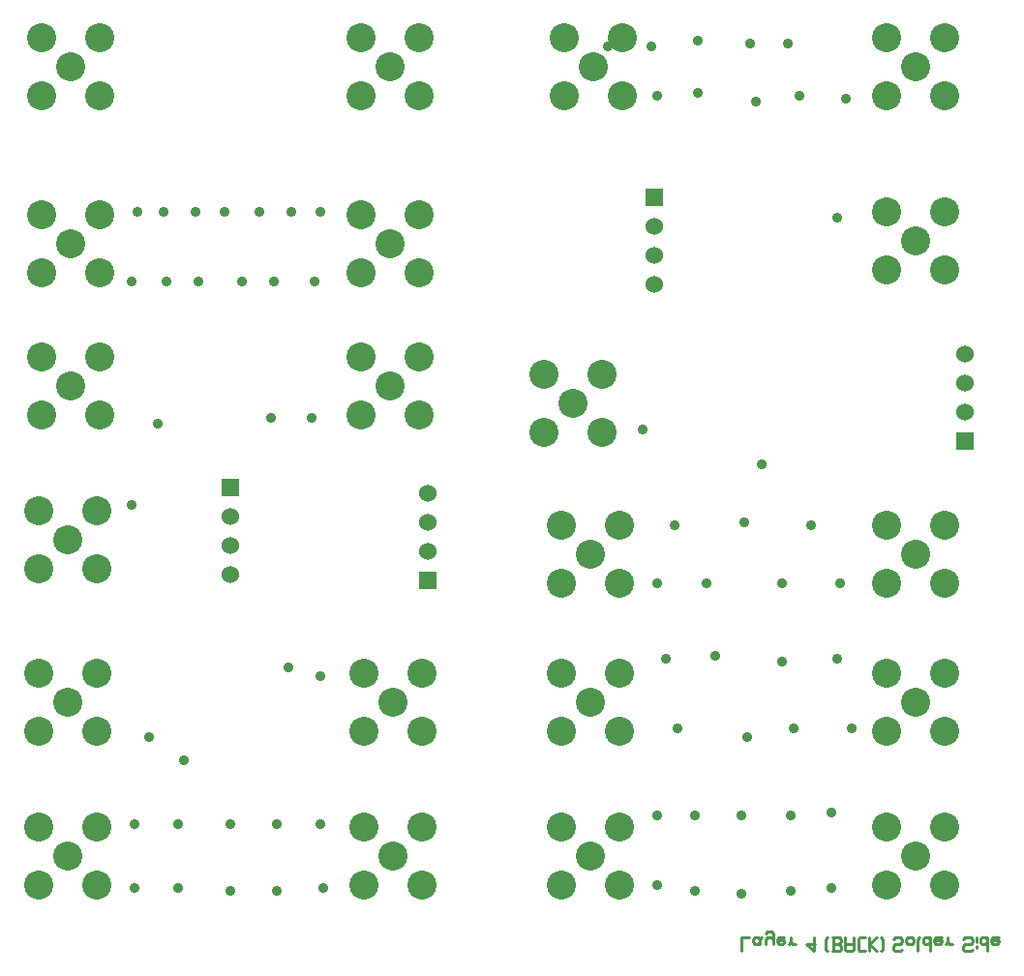
<source format=gbr>
G04 start of page 2 for group 0 idx 0
G04 Title: (unknown), solder *
G04 Creator: pcb 20080202 *
G04 CreationDate: Sat 15 Mar 2008 09:09:27 PM GMT UTC *
G04 For: matt *
G04 Format: Gerber/RS-274X *
G04 PCB-Dimensions: 360000 350000 *
G04 PCB-Coordinate-Origin: lower left *
%MOIN*%
%FSLAX24Y24*%
%LNBACK*%
%ADD11C,0.0100*%
%ADD12C,0.1000*%
%ADD13C,0.0200*%
%ADD14C,0.0600*%
%ADD15C,0.0360*%
%ADD16C,0.0380*%
G54D11*X26300Y1022D02*Y1510D01*
X26544D01*
X26873Y1266D02*X26934Y1327D01*
X26751Y1266D02*X26873D01*
X26690Y1327D02*X26751Y1266D01*
X26690Y1327D02*Y1449D01*
X26751Y1510D01*
X26934Y1266D02*Y1449D01*
X26995Y1510D01*
X26751D02*X26873D01*
X26934Y1449D01*
X27142Y1266D02*Y1449D01*
X27203Y1510D01*
X27386Y1266D02*Y1632D01*
X27325Y1693D02*X27386Y1632D01*
X27203Y1693D02*X27325D01*
X27142Y1632D02*X27203Y1693D01*
Y1510D02*X27325D01*
X27386Y1449D01*
X27593Y1510D02*X27776D01*
X27532Y1449D02*X27593Y1510D01*
X27532Y1327D02*Y1449D01*
Y1327D02*X27593Y1266D01*
X27715D01*
X27776Y1327D01*
X27532Y1388D02*X27776D01*
Y1327D02*Y1388D01*
X27984Y1327D02*Y1510D01*
Y1327D02*X28045Y1266D01*
X28167D01*
X27923D02*X27984Y1327D01*
X28533Y1266D02*X28777Y1022D01*
X28533Y1266D02*X28838D01*
X28777Y1022D02*Y1510D01*
X29204Y1449D02*X29265Y1510D01*
X29204Y1083D02*X29265Y1022D01*
X29204Y1083D02*Y1449D01*
X29411Y1510D02*X29655D01*
X29716Y1449D01*
Y1327D02*Y1449D01*
X29655Y1266D02*X29716Y1327D01*
X29472Y1266D02*X29655D01*
X29472Y1022D02*Y1510D01*
X29411Y1022D02*X29655D01*
X29716Y1083D01*
Y1205D01*
X29655Y1266D02*X29716Y1205D01*
X29863Y1083D02*Y1510D01*
Y1083D02*X29924Y1022D01*
X30107D01*
X30168Y1083D01*
Y1510D01*
X29863Y1266D02*X30168D01*
X30375Y1510D02*X30558D01*
X30314Y1449D02*X30375Y1510D01*
X30314Y1083D02*Y1449D01*
Y1083D02*X30375Y1022D01*
X30558D01*
X30705D02*Y1510D01*
Y1266D02*X30949Y1022D01*
X30705Y1266D02*X30949Y1510D01*
X31095Y1022D02*X31156Y1083D01*
Y1449D01*
X31095Y1510D02*X31156Y1449D01*
X31767Y1022D02*X31828Y1083D01*
X31584Y1022D02*X31767D01*
X31523Y1083D02*X31584Y1022D01*
X31523Y1083D02*Y1205D01*
X31584Y1266D01*
X31767D01*
X31828Y1327D01*
Y1449D01*
X31767Y1510D02*X31828Y1449D01*
X31584Y1510D02*X31767D01*
X31523Y1449D02*X31584Y1510D01*
X31974Y1327D02*Y1449D01*
Y1327D02*X32035Y1266D01*
X32157D01*
X32218Y1327D01*
Y1449D01*
X32157Y1510D02*X32218Y1449D01*
X32035Y1510D02*X32157D01*
X31974Y1449D02*X32035Y1510D01*
X32365Y1022D02*Y1449D01*
X32426Y1510D01*
X32792Y1022D02*Y1510D01*
X32731D02*X32792Y1449D01*
X32609Y1510D02*X32731D01*
X32548Y1449D02*X32609Y1510D01*
X32548Y1327D02*Y1449D01*
Y1327D02*X32609Y1266D01*
X32731D01*
X32792Y1327D01*
X32999Y1510D02*X33182D01*
X32938Y1449D02*X32999Y1510D01*
X32938Y1327D02*Y1449D01*
Y1327D02*X32999Y1266D01*
X33121D01*
X33182Y1327D01*
X32938Y1388D02*X33182D01*
Y1327D02*Y1388D01*
X33390Y1327D02*Y1510D01*
Y1327D02*X33451Y1266D01*
X33573D01*
X33329D02*X33390Y1327D01*
X34183Y1022D02*X34244Y1083D01*
X34000Y1022D02*X34183D01*
X33939Y1083D02*X34000Y1022D01*
X33939Y1083D02*Y1205D01*
X34000Y1266D01*
X34183D01*
X34244Y1327D01*
Y1449D01*
X34183Y1510D02*X34244Y1449D01*
X34000Y1510D02*X34183D01*
X33939Y1449D02*X34000Y1510D01*
X34390Y1144D02*Y1205D01*
Y1327D02*Y1510D01*
X34757Y1022D02*Y1510D01*
X34696D02*X34757Y1449D01*
X34574Y1510D02*X34696D01*
X34513Y1449D02*X34574Y1510D01*
X34513Y1327D02*Y1449D01*
Y1327D02*X34574Y1266D01*
X34696D01*
X34757Y1327D01*
X34964Y1510D02*X35147D01*
X34903Y1449D02*X34964Y1510D01*
X34903Y1327D02*Y1449D01*
Y1327D02*X34964Y1266D01*
X35086D01*
X35147Y1327D01*
X34903Y1388D02*X35147D01*
Y1327D02*Y1388D01*
G54D12*X13200Y32500D03*
X15200D03*
X31300D03*
X33300D03*
X2200D03*
X4200D03*
Y30500D03*
X2200D03*
X3200Y31500D03*
X15200Y30500D03*
X33300D03*
X31300D03*
X32300Y31500D03*
X13200Y30500D03*
X14200Y31500D03*
X20200Y32500D03*
X22200D03*
Y30500D03*
X20200D03*
X21200Y31500D03*
X13200Y21500D03*
Y19500D03*
X14200Y20500D03*
X13200Y26400D03*
Y24400D03*
X14200Y25400D03*
X15200Y21500D03*
Y19500D03*
Y26400D03*
Y24400D03*
X19500Y20900D03*
X21500D03*
Y18900D03*
X19500D03*
X20500Y19900D03*
G54D13*G36*
X8400Y17300D02*Y16700D01*
X9000D01*
Y17300D01*
X8400D01*
G37*
G54D14*X8700Y16000D03*
Y15000D03*
Y14000D03*
G54D12*X31300Y15700D03*
Y13700D03*
X32300Y14700D03*
X33300Y15700D03*
G54D13*G36*
X33700Y18900D02*Y18300D01*
X34300D01*
Y18900D01*
X33700D01*
G37*
G54D14*X34000Y19600D03*
Y20600D03*
Y21600D03*
G54D12*X33300Y13700D03*
Y10600D03*
Y8600D03*
X31300Y10600D03*
Y8600D03*
X32300Y9600D03*
X31300Y5300D03*
X32300Y4300D03*
X33300Y5300D03*
Y3300D03*
X31300D03*
X20100Y15700D03*
X22100D03*
Y13700D03*
X20100D03*
X21100Y14700D03*
X20100Y10600D03*
Y8600D03*
X21100Y9600D03*
X20100Y5300D03*
Y3300D03*
X21100Y4300D03*
X22100Y10600D03*
Y8600D03*
Y5300D03*
Y3300D03*
X4100Y5300D03*
Y3300D03*
X3100Y4300D03*
G54D13*G36*
X23000Y27300D02*Y26700D01*
X23600D01*
Y27300D01*
X23000D01*
G37*
G54D12*X31300Y26500D03*
X33300D03*
G54D14*X23300Y26000D03*
Y25000D03*
Y24000D03*
G54D12*X33300Y24500D03*
X31300D03*
X32300Y25500D03*
X2100Y10600D03*
X4100D03*
Y8600D03*
X4200Y21500D03*
Y19500D03*
X3200Y20500D03*
X4100Y16200D03*
Y14200D03*
X3100Y9600D03*
Y15200D03*
X2100Y8600D03*
Y3300D03*
Y5300D03*
X13300D03*
X15300D03*
Y3300D03*
X13300D03*
X14300Y4300D03*
X13300Y10600D03*
Y8600D03*
X14300Y9600D03*
X15300Y10600D03*
Y8600D03*
G54D13*G36*
X15200Y14100D02*Y13500D01*
X15800D01*
Y14100D01*
X15200D01*
G37*
G54D14*X15500Y14800D03*
Y15800D03*
Y16800D03*
G54D12*X2200Y21500D03*
Y19500D03*
X2100Y16200D03*
Y14200D03*
X2200Y26400D03*
X4200D03*
Y24400D03*
X2200D03*
X3200Y25400D03*
G54D15*X10200Y24100D03*
X10700Y10800D03*
X8700Y5400D03*
X10300D03*
Y3100D03*
X8700D03*
X11600Y24100D03*
X11800Y10500D03*
Y5400D03*
X11900Y3200D03*
X5900Y8400D03*
X7100Y7600D03*
X5400Y5400D03*
X6900D03*
Y3200D03*
X5400D03*
X5300Y24100D03*
X6500D03*
X7600D03*
X9100D03*
X6200Y19200D03*
X10100Y19400D03*
X11500D03*
X5500Y26500D03*
X5300Y16400D03*
X6400Y26500D03*
X7500D03*
X8500D03*
X9700D03*
X10800D03*
X11800D03*
X23400Y5700D03*
Y3300D03*
X23700Y11100D03*
X24100Y8700D03*
X26300Y5700D03*
X28000D03*
X29400Y5800D03*
Y3200D03*
X29600Y11100D03*
X30100Y8700D03*
X29700Y13700D03*
X26300Y3000D03*
X24700Y3100D03*
X23400Y13700D03*
X24000Y15700D03*
X22900Y19000D03*
X23400Y30500D03*
X24800Y30600D03*
X23200Y32200D03*
X21700D03*
X24800Y32400D03*
X24700Y5700D03*
X25400Y11200D03*
X26500Y8400D03*
X28000Y3100D03*
X27700Y11000D03*
X28100Y8700D03*
X27700Y13700D03*
X28700Y15700D03*
X28300Y30500D03*
X29600Y26300D03*
X29900Y30400D03*
X26600Y32300D03*
X25100Y13700D03*
X26400Y15800D03*
X26800Y30300D03*
X27000Y17800D03*
X27900Y32300D03*
G54D14*G54D16*G54D14*G54D16*G54D14*G54D16*G54D14*G54D16*G54D14*G54D16*G54D14*G54D13*M02*

</source>
